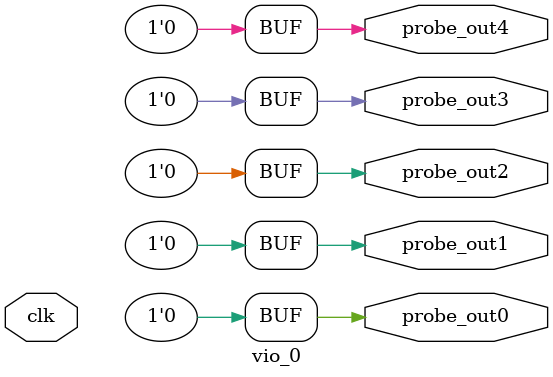
<source format=v>
`timescale 1ns / 1ps
module vio_0 (
clk,

probe_out0,
probe_out1,
probe_out2,
probe_out3,
probe_out4
);

input clk;

output reg [0 : 0] probe_out0 = 'h0 ;
output reg [0 : 0] probe_out1 = 'h0 ;
output reg [0 : 0] probe_out2 = 'h0 ;
output reg [0 : 0] probe_out3 = 'h0 ;
output reg [0 : 0] probe_out4 = 'h0 ;


endmodule

</source>
